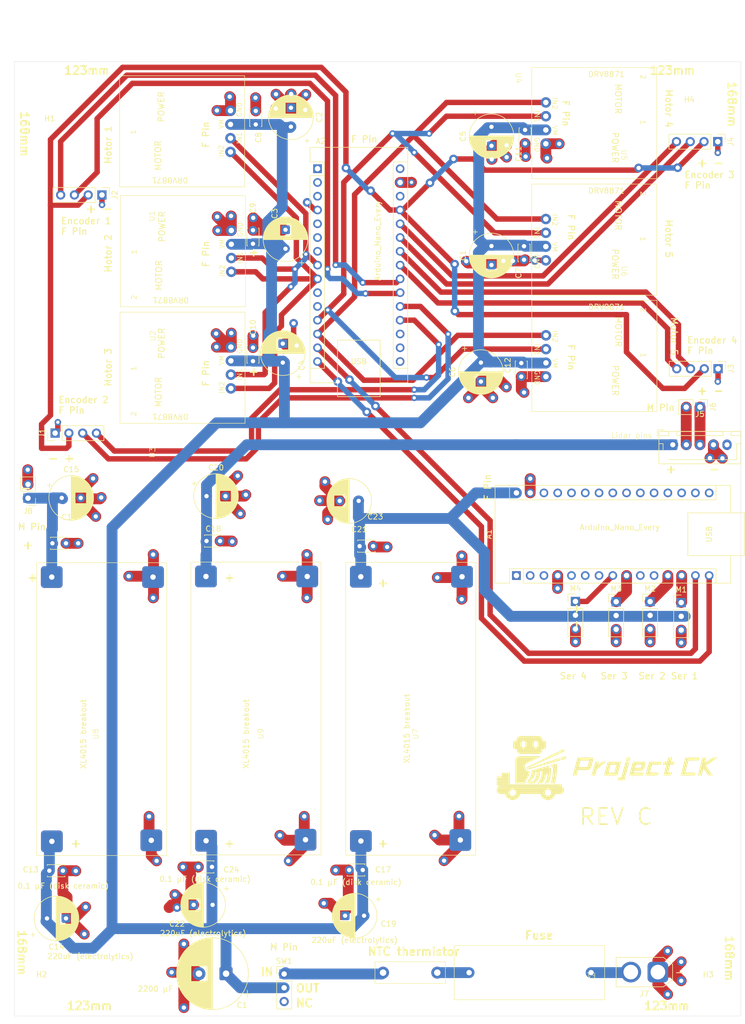
<source format=kicad_pcb>
(kicad_pcb (version 20241229) (generator "pcbnew") (generator_version "9.0")
  (layers (0 "F.Cu" signal) (4 "In1.Cu" signal) (6 "In2.Cu" signal) (2 "B.Cu" signal) (13 "F.Paste" user) (15 "B.Paste" user) (5 "F.SilkS" user "F.Silkscreen") (7 "B.SilkS" user "B.Silkscreen") (1 "F.Mask" user) (3 "B.Mask" user) (25 "Edge.Cuts" user))
  (net 0 "")
  (net 3 "GND")
  (net 14 "+18V")
  (net 28 "/URAT_MO")
  (net 29 "/URAT_MI")
  (net 30 "/5V")
  (net 31 "/DIGI_3_1")
  (net 32 "/DIGI_1_1")
  (net 33 "/DIGI_1_2")
  (net 34 "/PWM_M1_2")
  (net 35 "/PWM_M4_1")
  (net 36 "/DIGI_3_2")
  (net 37 "/DIGI_4_1")
  (net 38 "/DIGI_2_2")
  (net 39 "/PWM_M1_1")
  (net 40 "/DIGI_4_2")
  (net 41 "/PWM_M4_2")
  (net 42 "/DIGI_2_1")
  (net 43 "/PWM_SER1")
  (net 44 "/PWM_SER3")
  (net 45 "/PWM_SER4")
  (net 46 "/URAT_PI_2")
  (net 47 "/URAT_PI_1")
  (net 48 "/PWM_SER2")
  (footprint "microver footprint Library:NTC thermistor Microver" (layer "F.Cu") (at 155 199)
    (property "Reference" "TH1" (hide yes))
    (property "Value" "Thermistor_NTC")
  )
  (footprint "Module:Arduino_Nano" (layer "F.Cu") (at 179.6 125.76663 90)
    (property "Reference" "A1")
    (property "Value" "Arduino_Nano_Every")
  )
  (footprint "MountingHole:MountingHole_3.2mm_M3" (layer "F.Cu") (at 92 35.5)
    (property "Reference" "H1")
    (property "Value" "MountingHole")
  )
  (footprint "Connector_PinHeader_2.54mm:PinHeader_1x03_P2.54mm_Vertical" (layer "F.Cu") (at 190.49 130.54)
    (property "Reference" "M4")
    (property "Value" "Motor_Servo (MG996R)")
  )
  (footprint "Connector_PinHeader_2.54mm:PinHeader_1x02_P2.54mm_Vertical" (layer "F.Cu") (at 89.5 111.5 180)
    (property "Reference" "J8")
    (property "Value" "Pi power pins")
  )
  (footprint "Capacitor_THT:CP_Radial_D8.0mm_P3.50mm" (layer "F.Cu") (at 150.5 112 180)
    (property "Reference" "C21")
    (property "Value" "220uF (electrolytics)")
  )
  (footprint "Capacitor_THT:CP_Radial_D8.0mm_P3.50mm" (layer "F.Cu") (at 95.722349 111.45)
    (property "Reference" "C15")
    (property "Value" "220uF (electrolytics)")
  )
  (footprint "Connector_JST:JST_XH_B5B-XH-AM_1x05_P2.50mm_Vertical" (layer "F.Cu") (at 208.45 101.65)
    (property "Reference" "J5")
    (property "Value" "Lidar pins")
  )
  (footprint "Connector_PinHeader_2.54mm:PinHeader_1x03_P2.54mm_Vertical" (layer "F.Cu") (at 204.265 130.575)
    (property "Reference" "M2")
    (property "Value" "Motor_Servo (MG996R)")
  )
  (footprint "microver footprint Library:Marking reversed CP_Radial_D8.0mm_P3.50mm" (layer "F.Cu") (at 136.5 83 -90)
    (property "Reference" "C4")
    (property "Value" "220uF (electrolytics)")
  )
  (footprint "microver footprint Library:Marking reversed CP_Radial_D8.0mm_P3.50mm" (layer "F.Cu") (at 120.05 186.5)
    (property "Reference" "C22")
    (property "Value" "220uF (electrolytics)")
  )
  (footprint "Capacitor_THT:C_Disc_D3.0mm_W2.0mm_P2.50mm" (layer "F.Cu") (at 180.5 89.08337 90)
    (property "Reference" "C12")
    (property "Value" "0.1 µF (disk ceramic)")
  )
  (footprint "Connector_PinHeader_2.54mm:PinHeader_1x03_P2.54mm_Vertical" (layer "F.Cu") (at 210 130.75)
    (property "Reference" "M1")
    (property "Value" "Motor_Servo (MG996R)")
  )
  (footprint "Connector_PinHeader_2.54mm:PinHeader_1x04_P2.54mm_Vertical" (layer "F.Cu") (at 103.14 55.58337 -90)
    (property "Reference" "J2")
    (property "Value" "Encoder pins")
  )
  (footprint "MountingHole:MountingHole_3.2mm_M3" (layer "F.Cu") (at 92 203.5)
    (property "Reference" "H2")
    (property "Value" "MountingHole")
  )
  (footprint "microver footprint Library:DRV8871 breakout board" (layer "F.Cu") (at 198.9905 26.704946 -90)
    (property "Reference" "U4")
    (property "Value" "DRV8871_breakout")
  )
  (footprint "microver footprint Library:DRV8871 breakout board" (layer "F.Cu") (at 112.965 103.067319 90)
    (property "Reference" "U3")
    (property "Value" "DRV8871_breakout")
  )
  (footprint "Capacitor_THT:C_Disc_D3.0mm_W2.0mm_P2.50mm" (layer "F.Cu") (at 95.935 180.2 180)
    (property "Reference" "C13")
    (property "Value" "0.1 µF (disk ceramic)")
  )
  (footprint "microver footprint Library:DRV8871 breakout board" (layer "F.Cu") (at 198.9905 48.204946 -90)
    (property "Reference" "U5")
    (property "Value" "DRV8871_breakout")
  )
  (footprint "microver footprint Library:DRV8871 breakout board" (layer "F.Cu") (at 199.0155 69.654946 -90)
    (property "Reference" "U6")
    (property "Value" "DRV8871_breakout")
  )
  (footprint "Connector_PinHeader_2.54mm:PinHeader_1x04_P2.54mm_Vertical" (layer "F.Cu") (at 216.75 45.75 -90)
    (property "Reference" "J4")
    (property "Value" "Encoder pins")
  )
  (footprint "microver footprint Library:Marking reversed CP_Radial_D8.0mm_P3.50mm" (layer "F.Cu") (at 96.5 189 180)
    (property "Reference" "C14")
    (property "Value" "220uF (electrolytics)")
  )
  (footprint "Connector_PinHeader_2.54mm:PinHeader_1x04_P2.54mm_Vertical" (layer "F.Cu") (at 216.8 87.63337 -90)
    (property "Reference" "J3")
    (property "Value" "Encoder pins")
  )
  (footprint "Capacitor_THT:C_Disc_D3.0mm_W2.0mm_P2.50mm" (layer "F.Cu") (at 131.514475 40.08337 -90)
    (property "Reference" "C8")
    (property "Value" "0.1 µF (disk ceramic)")
  )
  (footprint "microver footprint Library:XL4015 breakout board" (layer "F.Cu") (at 91.1 177.4 90)
    (property "Reference" "U8")
    (property "Value" "XL4015 breakout")
  )
  (footprint "microver footprint Library:Marking reversed CP_Radial_D8.0mm_P3.50mm" (layer "F.Cu") (at 148 188.5)
    (property "Reference" "C19")
    (property "Value" "220uF (electrolytics)")
  )
  (footprint "Capacitor_THT:C_Disc_D3.0mm_W2.0mm_P2.50mm" (layer "F.Cu") (at 122.43 119.4)
    (property "Reference" "C18")
    (property "Value" "0.1 µF (disk ceramic)")
  )
  (footprint "microver footprint Library:Marking reversed CP_Radial_D8.0mm_P3.50mm" (layer "F.Cu") (at 175 46.5175 90)
    (property "Reference" "C5")
    (property "Value" "220uF (electrolytics)")
  )
  (footprint "Capacitor_THT:C_Disc_D3.0mm_W2.0mm_P2.50mm" (layer "F.Cu") (at 131 62.08337 -90)
    (property "Reference" "C9")
    (property "Value" "0.1 µF (disk ceramic)")
  )
  (footprint "microver footprint Library:DRV8871 breakout board" (layer "F.Cu") (at 113.037 81.567319 90)
    (property "Reference" "U2")
    (property "Value" "DRV8871_breakout")
  )
  (footprint "Capacitor_THT:C_Disc_D3.0mm_W2.0mm_P2.50mm" (layer "F.Cu") (at 181 67.53337 90)
    (property "Reference" "C7")
    (property "Value" "0.1 µF (disk ceramic)")
  )
  (footprint "microver footprint Library:Marking reversed CP_Radial_D8.0mm_P3.50mm" (layer "F.Cu") (at 137 62 -90)
    (property "Reference" "C3")
    (property "Value" "220uF (electrolytics)")
  )
  (footprint "Connector_PinHeader_2.54mm:PinHeader_1x04_P2.54mm_Vertical" (layer "F.Cu") (at 94.5 99.5 90)
    (property "Reference" "J1")
    (property "Value" "Encoder pins")
  )
  (footprint "Capacitor_THT:CP_Radial_D13.0mm_P5.00mm" (layer "F.Cu") (at 126.03 199.19 180)
    (property "Reference" "C1")
    (property "Value" "2200 µF")
  )
  (footprint "Capacitor_THT:C_Disc_D3.0mm_W2.0mm_P2.50mm" (layer "F.Cu") (at 120.93 179.5)
    (property "Reference" "C24")
    (property "Value" "0.1 µF (disk ceramic)")
  )
  (footprint "LOGO" (layer "F.Cu") (at 196 159)
    (property "Reference" "G***" (hide yes))
    (property "Value" "LOGO" (hide yes))
  )
  (footprint "Module:Arduino_Nano" (layer "F.Cu") (at 142.9075 50.737845)
    (property "Reference" "A2")
    (property "Value" "Arduino_Nano_Every")
  )
  (footprint "MountingHole:MountingHole_3.2mm_M3" (layer "F.Cu") (at 215 203.5)
    (property "Reference" "H3")
    (property "Value" "MountingHole")
  )
  (footprint "Capacitor_THT:C_Disc_D3.0mm_W2.0mm_P2.50mm" (layer "F.Cu") (at 150.67 120.35)
    (property "Reference" "C23")
    (property "Value" "0.1 µF (disk ceramic)")
  )
  (footprint "Capacitor_THT:C_Disc_D3.0mm_W2.0mm_P2.50mm" (layer "F.Cu") (at 131 83.73337 -90)
    (property "Reference" "C10")
    (property "Value" "0.1 µF (disk ceramic)")
  )
  (footprint "microver footprint Library:Marking reversed CP_Radial_D8.0mm_P3.50mm" (layer "F.Cu") (at 175 68.5 90)
    (property "Reference" "C1")
    (property "Value" "220uF (electrolytics)")
  )
  (footprint "microver footprint Library:DRV8871 breakout board" (layer "F.Cu") (at 112.8895 59.462844 90)
    (property "Reference" "U1")
    (property "Value" "DRV8871_breakout")
  )
  (footprint "Connector_AMASS:AMASS_XT30U-M_1x02_P5.0mm_Vertical" (layer "F.Cu") (at 205.7 198.9 180)
    (property "Reference" "J7")
    (property "Value" "Power input connect from battery")
  )
  (footprint "Connector_PinHeader_2.54mm:PinHeader_1x03_P2.54mm_Vertical" (layer "F.Cu") (at 136.75 199.25)
    (property "Reference" "SW1")
    (property "Value" "SW_SPDT")
  )
  (footprint "Capacitor_THT:CP_Radial_D8.0mm_P3.50mm" (layer "F.Cu") (at 122.43 111.125)
    (property "Reference" "C20")
    (property "Value" "220uF (electrolytics)")
  )
  (footprint "microver footprint Library:Marking reversed CP_Radial_D8.0mm_P3.50mm" (layer "F.Cu") (at 173.05 90 90)
    (property "Reference" "C6")
    (property "Value" "220uF (electrolytics)")
  )
  (footprint "Connector_PinHeader_2.54mm:PinHeader_1x02_P2.54mm_Vertical" (layer "F.Cu") (at 213.47 94.7 -90)
    (property "Reference" "J6")
    (property "Value" "Pi 5 TX and RX UART0 (PL011)")
  )
  (footprint "microver footprint Library:XL4015 breakout board" (layer "F.Cu") (at 148.11 177.34 90)
    (property "Reference" "U7")
    (property "Value" "XL4015 breakout")
  )
  (footprint "microver footprint Library:Fuse PTF-77" (layer "F.Cu") (at 193.375 199 180)
    (property "Reference" "F1")
    (property "Value" "Fuse")
  )
  (footprint "Capacitor_THT:C_Disc_D3.0mm_W2.0mm_P2.50mm" (layer "F.Cu") (at 148.75 180.07)
    (property "Reference" "C17")
    (property "Value" "0.1 µF (disk ceramic)")
  )
  (footprint "Capacitor_THT:C_Disc_D3.0mm_W2.0mm_P2.50mm" (layer "F.Cu") (at 94 119.823674)
    (property "Reference" "C16")
    (property "Value" "0.1 µF (disk ceramic)")
  )
  (footprint "MountingHole:MountingHole_3.2mm_M3" (layer "F.Cu") (at 215 35.5)
    (property "Reference" "H4")
    (property "Value" "MountingHole")
  )
  (footprint "microver footprint Library:Marking reversed CP_Radial_D8.0mm_P3.50mm" (layer "F.Cu") (at 138 39.5 -90)
    (property "Reference" "C2")
    (property "Value" "220uF (electrolytics)")
  )
  (footprint "microver footprint Library:XL4015 breakout board" (layer "F.Cu") (at 119.55 177.29 90)
    (property "Reference" "U9")
    (property "Value" "XL4015 breakout")
  )
  (footprint "Connector_PinHeader_2.54mm:PinHeader_1x03_P2.54mm_Vertical" (layer "F.Cu") (at 198 130.6)
    (property "Reference" "M3")
    (property "Value" "Motor_Servo (MG996R)")
  )
  (footprint "Capacitor_THT:C_Disc_D3.0mm_W2.0mm_P2.50mm" (layer "F.Cu") (at 181.2 46.08337 90)
    (property "Reference" "C11")
    (property "Value" "0.1 µF (disk ceramic)")
  )
  (gr_line (start 221 31) (end 87 31) (stroke (width 0.05)) (layer "Edge.Cuts"))
  (gr_line (start 87 31) (end 87 207) (stroke (width 0.05)) (layer "Edge.Cuts"))
  (gr_line (start 87 207) (end 221 207) (stroke (width 0.05)) (layer "Edge.Cuts"))
  (gr_line (start 221 31) (end 221 207) (stroke (width 0.05)) (layer "Edge.Cuts"))
  (gr_text "+" (at 100 59 0) (layer "F.SilkS") (effects (font (size 1.5 1.5) (thickness 0.3) (bold yes)) (justify left bottom)))
  (gr_text "IN" (at 132.25 199.75 0) (layer "F.SilkS") (effects (font (size 1.5 1.5) (thickness 0.3) (bold yes)) (justify left bottom)))
  (gr_text "-" (at 88 110.5 0) (layer "F.SilkS") (effects (font (size 1.5 1.5) (thickness 0.3) (bold yes)) (justify left bottom)))
  (gr_text "Encoder 3\nF Pin" (at 210.5 54.5 0) (layer "F.SilkS") (effects (font (size 1.2 1.2) (thickness 0.2) (bold yes)) (justify left bottom)))
  (gr_text "F Pin" (at 149 46 0) (layer "F.SilkS") (effects (font (size 1.2 1.2) (thickness 0.2) (bold yes)) (justify left bottom)))
  (gr_text "F Pin" (at 175 112 90) (layer "F.SilkS") (effects (font (size 1.2 1.2) (thickness 0.2) (bold yes)) (justify left bottom)))
  (gr_text "Motor 4" (at 207 36 270) (layer "F.SilkS") (effects (font (size 1.2 1.2) (thickness 0.2) (bold yes)) (justify left bottom)))
  (gr_text "123mm" (at 204 33.5 0) (layer "F.SilkS") (effects (font (size 1.5 1.5) (thickness 0.3) (bold yes)) (justify left bottom)))
  (gr_text "-" (at 103 59 0) (layer "F.SilkS") (effects (font (size 1.5 1.5) (thickness 0.3) (bold yes)) (justify left bottom)))
  (gr_text "Motor 5" (at 207 60 270) (layer "F.SilkS") (effects (font (size 1.2 1.2) (thickness 0.2) (bold yes)) (justify left bottom)))
  (gr_text "Ser 2" (at 202 145 0) (layer "F.SilkS") (effects (font (size 1.2 1.2) (thickness 0.2) (bold yes)) (justify left bottom)))
  (gr_text "Encoder 4\nF Pin" (at 211 85 0) (layer "F.SilkS") (effects (font (size 1.2 1.2) (thickness 0.2) (bold yes)) (justify left bottom)))
  (gr_text "F Pin" (at 189 83 270) (layer "F.SilkS") (effects (font (size 1.2 1.2) (thickness 0.2) (bold yes)) (justify left bottom)))
  (gr_text "F Pin" (at 189 59 270) (layer "F.SilkS") (effects (font (size 1.2 1.2) (thickness 0.2) (bold yes)) (justify left bottom)))
  (gr_text "-" (at 215 107 0) (layer "F.SilkS") (effects (font (size 1.5 1.5) (thickness 0.3) (bold yes)) (justify left bottom)))
  (gr_text "Motor 3" (at 105 91 90) (layer "F.SilkS") (effects (font (size 1.2 1.2) (thickness 0.2) (bold yes)) (justify left bottom)))
  (gr_text "-" (at 93 105 0) (layer "F.SilkS") (effects (font (size 1.5 1.5) (thickness 0.3) (bold yes)) (justify left bottom)))
  (gr_text "Encoder 1\nF Pin" (at 95.5 63 0) (layer "F.SilkS") (effects (font (size 1.2 1.2) (thickness 0.2) (bold yes)) (justify left bottom)))
  (gr_text "+" (at 89.2 127 0) (layer "F.SilkS") (effects (font (size 1.5 1.5) (thickness 0.3) (bold yes)) (justify left bottom)))
  (gr_text "-" (at 218 49 180) (layer "F.SilkS") (effects (font (size 1.5 1.5) (thickness 0.3) (bold yes)) (justify left bottom)))
  (gr_text "NTC thermistor\n" (at 152 196 0) (layer "F.SilkS") (effects (font (size 1.5 1.5) (thickness 0.3) (bold yes)) (justify left bottom)))
  (gr_text "+" (at 96 105 0) (layer "F.SilkS") (effects (font (size 1.5 1.5) (thickness 0.3) (bold yes)) (justify left bottom)))
  (gr_text "Motor 5" (at 208 78 270) (layer "F.SilkS") (effects (font (size 1.2 1.2) (thickness 0.2) (bold yes)) (justify left bottom)))
  (gr_text "OUT" (at 138.75 202.75 0) (layer "F.SilkS") (effects (font (size 1.5 1.5) (thickness 0.3) (bold yes)) (justify left bottom)))
  (gr_text "123mm" (at 96.5 206 0) (layer "F.SilkS") (effects (font (size 1.5 1.5) (thickness 0.3) (bold yes)) (justify left bottom)))
  (gr_text "Ser 3" (at 195 145 0) (layer "F.SilkS") (effects (font (size 1.2 1.2) (thickness 0.2) (bold yes)) (justify left bottom)))
  (gr_text "F Pin" (at 188 38 270) (layer "F.SilkS") (effects (font (size 1.2 1.2) (thickness 0.2) (bold yes)) (justify left bottom)))
  (gr_text "+" (at 153.87 176 0) (layer "F.SilkS") (effects (font (size 1.5 1.5) (thickness 0.3) (bold yes)) (justify left bottom)))
  (gr_text "Fuse" (at 181 193 0) (layer "F.SilkS") (effects (font (size 1.5 1.5) (thickness 0.3) (bold yes)) (justify left bottom)))
  (gr_text "+" (at 125.55 176 0) (layer "F.SilkS") (effects (font (size 1.5 1.5) (thickness 0.3) (bold yes)) (justify left bottom)))
  (gr_text "+" (at 130 67 0) (layer "F.SilkS") (effects (font (size 1.5 1.5) (thickness 0.3) (bold yes)) (justify left bottom)))
  (gr_text "123mm" (at 203 206 0) (layer "F.SilkS") (effects (font (size 1.5 1.5) (thickness 0.3) (bold yes)) (justify left bottom)))
  (gr_text "+" (at 191.5 133 90) (layer "F.SilkS") (effects (font (size 1.5 1.5) (thickness 0.3) (bold yes)) (justify left bottom)))
  (gr_text "168mm" (at 218.5 34.5 270) (layer "F.SilkS") (effects (font (size 1.5 1.5) (thickness 0.3) (bold yes)) (justify left bottom)))
  (gr_text "F Pin" (at 123 91 90) (layer "F.SilkS") (effects (font (size 1.2 1.2) (thickness 0.2) (bold yes)) (justify left bottom)))
  (gr_text "168mm" (at 88 40 270) (layer "F.SilkS") (effects (font (size 1.5 1.5) (thickness 0.3) (bold yes)) (justify left bottom)))
  (gr_text "+" (at 215 49 180) (layer "F.SilkS") (effects (font (size 1.5 1.5) (thickness 0.3) (bold yes)) (justify left bottom)))
  (gr_text "-" (at 191.5 136 90) (layer "F.SilkS") (effects (font (size 1.5 1.5) (thickness 0.3) (bold yes)) (justify left bottom)))
  (gr_text "M Pin" (at 203.5 95.5 0) (layer "F.SilkS") (effects (font (size 1.2 1.2) (thickness 0.2) (bold yes)) (justify left bottom)))
  (gr_text "Lidar pins" (at 197 100.5 0) (layer "F.SilkS") (effects (font (size 1 1) (thickness 0.1)) (justify left bottom)))
  (gr_text "Encoder 2\nF Pin" (at 95 96 0) (layer "F.SilkS") (effects (font (size 1.2 1.2) (thickness 0.2) (bold yes)) (justify left bottom)))
  (gr_text "+" (at 207 107 0) (layer "F.SilkS") (effects (font (size 1.5 1.5) (thickness 0.3) (bold yes)) (justify left bottom)))
  (gr_text "+" (at 153.87 128 0) (layer "F.SilkS") (effects (font (size 1.5 1.5) (thickness 0.3) (bold yes)) (justify left bottom)))
  (gr_text "F Pin" (at 123 69 90) (layer "F.SilkS") (effects (font (size 1.2 1.2) (thickness 0.2) (bold yes)) (justify left bottom)))
  (gr_text "168mm" (at 87.5 191 270) (layer "F.SilkS") (effects (font (size 1.5 1.5) (thickness 0.3) (bold yes)) (justify left bottom)))
  (gr_text "Motor 2" (at 105 70 90) (layer "F.SilkS") (effects (font (size 1.2 1.2) (thickness 0.2) (bold yes)) (justify left bottom)))
  (gr_text "+" (at 125.55 127 0) (layer "F.SilkS") (effects (font (size 1.5 1.5) (thickness 0.3) (bold yes)) (justify left bottom)))
  (gr_text "123mm" (at 96 33.5 0) (layer "F.SilkS") (effects (font (size 1.5 1.5) (thickness 0.3) (bold yes)) (justify left bottom)))
  (gr_text "Ser 4" (at 187.5 145 0) (layer "F.SilkS") (effects (font (size 1.2 1.2) (thickness 0.2) (bold yes)) (justify left bottom)))
  (gr_text "-" (at 218 91 180) (layer "F.SilkS") (effects (font (size 1.5 1.5) (thickness 0.3) (bold yes)) (justify left bottom)))
  (gr_text "Ser 1" (at 208 145 0) (layer "F.SilkS") (effects (font (size 1.2 1.2) (thickness 0.2) (bold yes)) (justify left bottom)))
  (gr_text "+" (at 215 91 180) (layer "F.SilkS") (effects (font (size 1.5 1.5) (thickness 0.3) (bold yes)) (justify left bottom)))
  (gr_text "+" (at 130 89 0) (layer "F.SilkS") (effects (font (size 1.5 1.5) (thickness 0.3) (bold yes)) (justify left bottom)))
  (gr_text "+" (at 97.2 176 0) (layer "F.SilkS") (effects (font (size 1.5 1.5) (thickness 0.3) (bold yes)) (justify left bottom)))
  (gr_text "REV C" (at 191 172 0) (layer "F.SilkS") (effects (font (size 3 3) (thickness 0.3) (bold yes)) (justify left bottom)))
  (gr_text "M Pin" (at 87.5 117.5 0) (layer "F.SilkS") (effects (font (size 1.2 1.2) (thickness 0.2) (bold yes)) (justify left bottom)))
  (gr_text "Motor 1" (at 105 50 90) (layer "F.SilkS") (effects (font (size 1.2 1.2) (thickness 0.2) (bold yes)) (justify left bottom)))
  (gr_text "NC" (at 138.75 205.5 0) (layer "F.SilkS") (effects (font (size 1.5 1.5) (thickness 0.3) (bold yes)) (justify left bottom)))
  (gr_text "F Pin" (at 123 47 90) (layer "F.SilkS") (effects (font (size 1.2 1.2) (thickness 0.2) (bold yes)) (justify left bottom)))
  (gr_text "+" (at 88.35 121 0) (layer "F.SilkS") (effects (font (size 1.5 1.5) (thickness 0.3) (bold yes)) (justify left bottom)))
  (gr_text "M Pin" (at 134 195 0) (layer "F.SilkS") (effects (font (size 1.2 1.2) (thickness 0.2) (bold yes)) (justify left bottom)))
  (gr_text "168mm" (at 218 192 270) (layer "F.SilkS") (effects (font (size 1.5 1.5) (thickness 0.3) (bold yes)) (justify left bottom)))
  (segment (start 118.07 179.52) (end 120.91 179.52) (width 2) (layer "F.Cu") (net 3))
  (segment (start 126.8525 40.028895) (end 126.8525 37.6025) (width 2) (layer "F.Cu") (net 3))
  (segment (start 127 59.5) (end 126.95 59.45) (width 2) (layer "F.Cu") (net 3))
  (segment (start 144.775 115.45) (end 144.775 114.225) (width 2) (layer "F.Cu") (net 3))
  (segment (start 127 62.13337) (end 127 59.5) (width 2) (layer "F.Cu") (net 3))
  (segment (start 127 62.13337) (end 126.93337 62.13337) (width 2) (layer "F.Cu") (net 3))
  (segment (start 165 126.14) (end 169.42 126.14) (width 2) (layer "F.Cu") (net 3))
  (segment (start 103.14 55.58337) (end 103.14 57.39) (width 1) (layer "F.Cu") (net 3))
  (segment (start 181.2 46.08337) (end 181.2 48.4) (width 2) (layer "F.Cu") (net 3))
  (segment (start 95.935 184.305) (end 96.7 185.07) (width 2) (layer "F.Cu") (net 3))
  (segment (start 118.25 201.97) (end 121.03 199.19) (width 2) (layer "F.Cu") (net 3))
  (segment (start 169 170.14) (end 169 174.29) (width 2) (layer "F.Cu") (net 3))
  (segment (start 146.95 111.95) (end 147 112) (width 2) (layer "F.Cu") (net 3))
  (segment (start 169.42 126.14) (end 169.57 125.99) (width 2) (layer "F.Cu") (net 3))
  (segment (start 135.21663 39.63337) (end 135.2 39.65) (width 2) (layer "F.Cu") (net 3))
  (segment (start 129.43 111.125) (end 129.68 110.875) (width 2) (layer "F.Cu") (net 3))
  (segment (start 173.05 89.886021) (end 173.05 90.8) (width 2) (layer "F.Cu") (net 3))
  (segment (start 169.25 174.54) (end 165.4 174.54) (width 2) (layer "F.Cu") (net 3))
  (segment (start 127 83.63337) (end 127 81.05) (width 2) (layer "F.Cu") (net 3))
  (segment (start 102.75 111.625) (end 103 111.375) (width 2) (layer "F.Cu") (net 3))
  (segment (start 215.95 103.45) (end 215.3 104.1) (width 2) (layer "F.Cu") (net 3))
  (segment (start 125.93 111.125) (end 125.93 109.625) (width 2) (layer "F.Cu") (net 3))
  (segment (start 127 62.13337) (end 124.51663 62.13337) (width 2) (layer "F.Cu") (net 3))
  (segment (start 146.28 180.07) (end 148.58 180.07) (width 2) (layer "F.Cu") (net 3))
  (segment (start 116.027349 186.5) (end 115.527349 187) (width 2) (layer "F.Cu") (net 3))
  (segment (start 139.05 83.35) (end 137.169281 83.35) (width 2) (layer "F.Cu") (net 3))
  (segment (start 140.71 174.58) (end 136.86 174.58) (width 2) (layer "F.Cu") (net 3))
  (segment (start 158.1475 53.277845) (end 160.222155 53.277845) (width 2) (layer "F.Cu") (net 3))
  (segment (start 169 174.29) (end 169.25 174.54) (width 2) (layer "F.Cu") (net 3))
  (segment (start 96.88 188.89) (end 99.88 191.89) (width 2) (layer "F.Cu") (net 3))
  (segment (start 185.0275 67.638895) (end 182.961105 67.638895) (width 1) (layer "F.Cu") (net 3))
  (segment (start 204.265 138) (end 204.255 138.01) (width 2) (layer "F.Cu") (net 3))
  (segment (start 140.38337 39.63337) (end 140.65 39.9) (width 2) (layer "F.Cu") (net 3))
  (segment (start 190.49 137.99) (end 190.5 138) (width 2) (layer "F.Cu") (net 3))
  (segment (start 175.386021 46.4175) (end 175.1 46.703521) (width 2) (layer "F.Cu") (net 3))
  (segment (start 143.275 111.95) (end 146.95 111.95) (width 2) (layer "F.Cu") (net 3))
  (segment (start 137.9 39.63337) (end 138.16663 39.63337) (width 2) (layer "F.Cu") (net 3))
  (segment (start 137.9 39.63337) (end 137.9 37.1) (width 2) (layer "F.Cu") (net 3))
  (segment (start 140.71 175.39) (end 137.71 178.39) (width 2) (layer "F.Cu") (net 3))
  (segment (start 131 62.08337) (end 131 59.85) (width 2) (layer "F.Cu") (net 3))
  (segment (start 115.99 198.93) (end 120.77 198.93) (width 2) (layer "F.Cu") (net 3))
  (segment (start 111.83 170.18) (end 111.83 174.33) (width 2) (layer "F.Cu") (net 3))
  (segment (start 137.9 39.63337) (end 137.88337 39.63337) (width 2) (layer "F.Cu") (net 3))
  (segment (start 138.5 79.25) (end 138.5 81.280719) (width 1) (layer "F.Cu") (net 3))
  (segment (start 175.886021 46.703521) (end 177.8 48.6175) (width 2) (layer "F.Cu") (net 3))
  (segment (start 127.08 119.4) (end 127.18 119.5) (width 2) (layer "F.Cu") (net 3))
  (segment (start 182.14 110.52663) (end 182.14 107.91) (width 2) (layer "F.Cu") (net 3))
  (segment (start 127 83.63337) (end 124.28337 83.63337) (width 2) (layer "F.Cu") (net 3))
  (segment (start 153.32 120.5) (end 153.17 120.35) (width 2) (layer "F.Cu") (net 3))
  (segment (start 177.2 67.75) (end 178.95 67.75) (width 2) (layer "F.Cu") (net 3))
  (segment (start 215.95 102.5) (end 217.6 104.15) (width 2) (layer "F.Cu") (net 3))
  (segment (start 142.9075 58.357845) (end 142.407845 58.357845) (width 1) (layer "F.Cu") (net 3))
  (segment (start 131.514475 37.7) (end 131.464475 37.65) (width 2) (layer "F.Cu") (net 3))
  (segment (start 118.25 193.71) (end 118.25 196.41) (width 2) (layer "F.Cu") (net 3))
  (segment (start 185.0275 46.138895) (end 185.0275 48.5775) (width 2) (layer "F.Cu") (net 3))
  (segment (start 180.98337 67.75) (end 181.2 67.53337) (width 2) (layer "F.Cu") (net 3))
  (segment (start 208.4 198.9) (end 210 200.5) (width 2) (layer "F.Cu") (net 3))
  (segment (start 99.25 110.125) (end 101.5 107.875) (width 2) (layer "F.Cu") (net 3))
  (segment (start 144.275 108.45) (end 144.275 109.275) (width 2) (layer "F.Cu") (net 3))
  (segment (start 182.14 107.91) (end 182.15 107.9) (width 2) (layer "F.Cu") (net 3))
  (segment (start 98.265 180.2) (end 98.315 180.25) (width 2) (layer "F.Cu") (net 3))
  (segment (start 99.25 111.625) (end 102.75 111.625) (width 2) (layer "F.Cu") (net 3))
  (segment (start 99.25 111.625) (end 99.25 110.125) (width 2) (layer "F.Cu") (net 3))
  (segment (start 118.49 186.5) (end 116.59 184.6) (width 2) (layer "F.Cu") (net 3))
  (segment (start 99.25 112.125) (end 102 114.875) (width 2) (layer "F.Cu") (net 3))
  (segment (start 180.505525 89.088895) (end 180.5 89.08337) (width 2) (layer "F.Cu") (net 3))
  (segment (start 148.58 180.07) (end 148.58 187.01) (width 2) (layer "F.Cu") (net 3))
  (segment (start 210 138.135) (end 210.015 138.15) (width 2) (layer "F.Cu") (net 3))
  (segment (start 108.08 125.89) (end 112.5 125.89) (width 2) (layer "F.Cu") (net 3))
  (segment (start 120.91 179.52) (end 120.93 179.5) (width 2) (layer "F.Cu") (net 3))
  (segment (start 137.9 39.63337) (end 135.21663 39.63337) (width 2) (layer "F.Cu") (net 3))
  (segment (start 124.378895 40.028895) (end 124.35 40) (width 2) (layer "F.Cu") (net 3))
  (segment (start 112.24 174.6) (end 112.24 177.4) (width 2) (layer "F.Cu") (net 3))
  (segment (start 169.25 174.54) (end 169.25 175.35) (width 2) (layer "F.Cu") (net 3))
  (segment (start 175.1 46.703521) (end 175.1 48.9675) (width 2) (layer "F.Cu") (net 3))
  (segment (start 131 81.59) (end 131.05 81.54) (width 2) (layer "F.Cu") (net 3))
  (segment (start 137.169281 83.35) (end 136.951 83.131719) (width 2) (layer "F.Cu") (net 3))
  (segment (start 136.951 83.131719) (end 136.951 82.980719) (width 2) (layer "F.Cu") (net 3))
  (segment (start 169.57 125.99) (end 169.57 122.21) (width 2) (layer "F.Cu") (net 3))
  (segment (start 95 99) (end 94.5 99.5) (width 1) (layer "F.Cu") (net 3))
  (segment (start 198 135.69) (end 198 138) (width 2) (layer "F.Cu") (net 3))
  (segment (start 98.13 188.89) (end 100.13 186.89) (width 2) (layer "F.Cu") (net 3))
  (segment (start 96.7 188.89) (end 98.13 188.89) (width 2) (layer "F.Cu") (net 3))
  (segment (start 205.7 198.9) (end 205.7 201.2) (width 2) (layer "F.Cu") (net 3))
  (segment (start 112.65 125.74) (end 112.65 121.96) (width 2) (layer "F.Cu") (net 3))
  (segment (start 96.5 119.823674) (end 98.75 119.823674) (width 2) (layer "F.Cu") (net 3))
  (segment (start 165.4 174.54) (end 164.5 173.64) (width 2) (layer "F.Cu") (net 3))
  (segment (start 142.407845 58.357845) (end 141 56.95) (width 1) (layer "F.Cu") (net 3))
  (segment (start 124.93 119.4) (end 127.08 119.4) (width 2) (layer "F.Cu") (net 3))
  (segment (start 126.93337 62.13337) (end 124.4 59.6) (width 2) (layer "F.Cu") (net 3))
  (segment (start 125.93 111.125) (end 125.93 111.625) (width 2) (layer "F.Cu") (net 3))
  (segment (start 138.16663 39.63337) (end 140.75 37.05) (width 2) (layer "F.Cu") (net 3))
  (segment (start 141 125.74) (end 141 121.96) (width 2) (layer "F.Cu") (net 3))
  (segment (start 131 62.08337) (end 136.45 62.08337) (width 2) (layer "F.Cu") (net 3))
  (segment (start 187.2 128.15) (end 187.2 125.78663) (width 2) (layer "F.Cu") (net 3))
  (segment (start 215.95 101.65) (end 215.95 102.5) (width 2) (layer "F.Cu") (net 3))
  (segment (start 89.45 106.25) (end 89.45 108.91) (width 2) (layer "F.Cu") (net 3))
  (segment (start 112.65 121.96) (end 112.58 121.89) (width 2) (layer "F.Cu") (net 3))
  (segment (start 120.77 198.93) (end 121.03 199.19) (width 2) (layer "F.Cu") (net 3))
  (segment (start 216.75 45.75) (end 216.75 47.8) (width 1) (layer "F.Cu") (net 3))
  (segment (start 95 97.5) (end 95 99) (width 1) (layer "F.Cu") (net 3))
  (segment (start 176.636021 89.886021) (end 177.75 91) (width 2) (layer "F.Cu") (net 3))
  (segment (start 126.8525 37.6025) (end 126.7 37.45) (width 2) (layer "F.Cu") (net 3))
  (segment (start 126.68337 83.63337) (end 124.2 81.15) (width 2) (layer "F.Cu") (net 3))
  (segment (start 96.7 188.89) (end 96.7 185.07) (width 2) (layer "F.Cu") (net 3))
  (segment (start 112.65 125.74) (end 112.65 129.82) (width 2) (layer "F.Cu") (net 3))
  (segment (start 178.95 67.75) (end 180.98337 67.75) (width 2) (layer "F.Cu") (net 3))
  (segment (start 169.25 175.35) (end 166.25 178.35) (width 2) (layer "F.Cu") (net 3))
  (segment (start 96.7 188.89) (end 96.88 188.89) (width 2) (layer "F.Cu") (net 3))
  (segment (start 136.6 61.93337) (end 133.18337 61.93337) (width 2) (layer "F.Cu") (net 3))
  (segment (start 141 125.74) (end 141 129.82) (width 2) (layer "F.Cu") (net 3))
  (segment (start 173.05 89.886021) (end 176.636021 89.886021) (width 2) (layer "F.Cu") (net 3))
  (segment (start 89.52 108.98) (end 89.5 108.96) (width 2) (layer "F.Cu") (net 3))
  (segment (start 137.169281 83.35) (end 136.8 82.980719) (width 1) (layer "F.Cu") (net 3))
  (segment (start 205.7 198.9) (end 205.7 196.8) (width 2) (layer "F.Cu") (net 3))
  (segment (start 131.514475 40.08337) (end 131.514475 37.7) (width 2) (layer "F.Cu") (net 3))
  (segment (start 187.2 125.78663) (end 187.22 125.76663) (width 2) (layer "F.Cu") (net 3))
  (segment (start 119.55 186.5) (end 119.55 182.177349) (width 2) (layer "F.Cu") (net 3))
  (segment (start 182.961105 67.638895) (end 182.95 67.65) (width 1) (layer "F.Cu") (net 3))
  (segment (start 173.05 89.886021) (end 173.05 90.7) (width 2) (layer "F.Cu") (net 3))
  (segment (start 177.8 46.4175) (end 175.386021 46.4175) (width 2) (layer "F.Cu") (net 3))
  (segment (start 173.05 90.8) (end 175.25 93) (width 2) (layer "F.Cu") (net 3))
  (segment (start 89.45 108.91) (end 89.5 108.96) (width 2) (layer "F.Cu") (net 3))
  (segment (start 119.527349 180.977349) (end 118.07 179.52) (width 2) (layer "F.Cu") (net 3))
  (segment (start 144.775 114.225) (end 147 112) (width 2) (layer "F.Cu") (net 3))
  (segment (start 144.275 109.275) (end 147 112) (width 2) (layer "F.Cu") (net 3))
  (segment (start 205.7 201.2) (end 207.5 203) (width 2) (layer "F.Cu") (net 3))
  (segment (start 136.43 125.89) (end 140.85 125.89) (width 2) (layer "F.Cu") (net 3))
  (segment (start 147.3 188.29) (end 145.22 186.21) (width 2) (layer "F.Cu") (net 3))
  (segment (start 185.0275 46.138895) (end 187.488895 46.138895) (width 2) (layer "F.Cu") (net 3))
  (segment (start 124.28337 83.63337) (end 124.25 83.6) (width 2) (layer "F.Cu") (net 3))
  (segment (start 95.935 180.2) (end 98.265 180.2) (width 2) (layer "F.Cu") (net 3))
  (segment (start 180.5 89.08337) (end 180.5 91.5) (width 2) (layer "F.Cu") (net 3))
  (segment (start 141 121.96) (end 140.93 121.89) (width 2) (layer "F.Cu") (net 3))
  (segment (start 141 129.82) (end 140.93 129.89) (width 2) (layer "F.Cu") (net 3))
  (segment (start 146.24 180.11) (end 146.28 180.07) (width 2) (layer "F.Cu") (net 3))
  (segment (start 155.75 120.5) (end 153.32 120.5) (width 2) (layer "F.Cu") (net 3))
  (segment (start 205.7 198.9) (end 208.1 198.9) (width 2) (layer "F.Cu") (net 3))
  (segment (start 187.488895 46.138895) (end 187.5 46.15) (width 2) (layer "F.Cu") (net 3))
  (segment (start 169.57 130.07) (end 169.5 130.14) (width 2) (layer "F.Cu") (net 3))
  (segment (start 103.14 57.39) (end 103.15 57.4) (width 1) (layer "F.Cu") (net 3))
  (segment (start 137.88337 39.63337) (end 135.25 37) (width 2) (layer "F.Cu") (net 3))
  (segment (start 216.8 89.95) (end 216.75 90) (width 1) (layer "F.Cu") (net 3))
  (segment (start 138.5 81.280719) (end 136.8 82.980719) (width 1) (layer "F.Cu") (net 3))
  (segment (start 205.7 198.9) (end 208.4 198.9) (width 2) (layer "F.Cu") (net 3))
  (segment (start 112.24 177.4) (end 113.23 178.39) (width 2) (layer "F.Cu") (net 3))
  (segment (start 181.2 48.4) (end 181.3 48.5) (width 2) (layer "F.Cu") (net 3))
  (segment (start 137.9 37.1) (end 138.05 36.95) (width 2) (layer "F.Cu") (net 3))
  (segment (start 140.46 170.18) (end 140.46 174.33) (width 2) (layer "F.Cu") (net 3))
  (segment (start 170.68337 68.13337) (end 170.35 67.8) (width 2) (layer "F.Cu") (net 3))
  (segment (start 131 83.73337) (end 131 81.59) (width 2) (layer "F.Cu") (net 3))
  (segment (start 190.49 135.62) (end 190.49 137.99) (width 2) (layer "F.Cu") (net 3))
  (segment (start 175.1 48.9675) (end 175.05 49.0175) (width 2) (layer "F.Cu") (net 3))
  (segment (start 133.18337 61.93337) (end 131.05 59.8) (width 2) (layer "F.Cu") (net 3))
  (segment (start 173.05 90.7) (end 170.75 93) (width 2) (layer "F.Cu") (net 3))
  (segment (start 175.1 46.703521) (end 175.886021 46.703521) (width 2) (layer "F.Cu") (net 3))
  (segment (start 160.222155 53.277845) (end 160.25 53.25) (width 2) (layer "F.Cu") (net 3))
  (segment (start 205.7 196.8) (end 207.5 195) (width 2) (layer "F.Cu") (net 3))
  (segment (start 131 59.85) (end 131.05 59.8) (width 2) (layer "F.Cu") (net 3))
  (segment (start 118.25 205.45) (end 118.25 201.97) (width 2) (layer "F.Cu") (net 3))
  (segment (start 136.45 62.08337) (end 136.6 61.93337) (width 2) (layer "F.Cu") (net 3))
  (segment (start 185.0525 89.088895) (end 180.505525 89.088895) (width 2) (layer "F.Cu") (net 3))
  (segment (start 208.1 198.9) (end 210 197) (width 2) (layer "F.Cu") (net 3))
  (segment (start 124.51663 62.13337) (end 124.5 62.15) (width 2) (layer "F.Cu") (net 3))
  (segment (start 118.25 196.41) (end 121.03 199.19) (width 2) (layer "F.Cu") (net 3))
  (segment (start 120.05 186.5) (end 116.027349 186.5) (width 2) (layer "F.Cu") (net 3))
  (segment (start 125.93 111.125) (end 129.43 111.125) (width 2) (layer "F.Cu") (net 3))
  (segment (start 204.265 135.655) (end 204.265 138) (width 2) (layer "F.Cu") (net 3))
  (segment (start 169.57 125.99) (end 169.57 130.07) (width 2) (layer "F.Cu") (net 3))
  (segment (start 176.81663 68.13337) (end 170.68337 68.13337) (width 2) (layer "F.Cu") (net 3))
  (segment (start 137.9 39.63337) (end 140.38337 39.63337) (width 2) (layer "F.Cu") (net 3))
  (segment (start 145.22 186.21) (end 144.06 186.21) (width 2) (layer "F.Cu") (net 3))
  (segment (start 95.935 180.2) (end 95.935 184.305) (width 2) (layer "F.Cu") (net 3))
  (segment (start 216.8 87.63337) (end 216.8 89.95) (width 1) (layer "F.Cu") (net 3))
  (segment (start 215.95 101.65) (end 215.95 103.45) (width 2) (layer "F.Cu") (net 3))
  (segment (start 148.58 187.01) (end 147.3 188.29) (width 2) (layer "F.Cu") (net 3))
  (segment (start 136.86 174.58) (end 135.96 173.68) (width 2) (layer "F.Cu") (net 3))
  (segment (start 185.0275 48.5775) (end 185.25 48.8) (width 2) (layer "F.Cu") (net 3))
  (segment (start 127 83.63337) (end 126.68337 83.63337) (width 2) (layer "F.Cu") (net 3))
  (segment (start 177.2 67.75) (end 176.81663 68.13337) (width 2) (layer "F.Cu") (net 3))
  (segment (start 180.5 91.5) (end 181 92) (width 2) (layer "F.Cu") (net 3))
  (segment (start 112.65 129.82) (end 112.58 129.89) (width 2) (layer "F.Cu") (net 3))
  (segment (start 182.95 67.65) (end 181.31663 67.65) (width 1) (layer "F.Cu") (net 3))
  (segment (start 125.93 109.625) (end 128.18 107.375) (width 2) (layer "F.Cu") (net 3))
  (segment (start 210 135.83) (end 210 138.135) (width 2) (layer "F.Cu") (net 3))
  (segment (start 125.93 111.625) (end 128.68 114.375) (width 2) (layer "F.Cu") (net 3))
  (segment (start 181.31663 67.65) (end 181.2 67.53337) (width 1) (layer "F.Cu") (net 3))
  (segment (start 126.8525 40.028895) (end 124.378895 40.028895) (width 2) (layer "F.Cu") (net 3))
  (segment (start 169.57 122.21) (end 169.5 122.14) (width 2) (layer "F.Cu") (net 3))
  (via (at 204.255 138.01) (size 1.6) (drill 0.8) (layers "F.Cu" "B.Cu") (net 3))
  (via (at 141 56.95) (size 1.6) (drill 0.8) (layers "F.Cu" "B.Cu") (net 3))
  (via (at 116.59 184.6) (size 1.6) (drill 0.8) (layers "F.Cu" "B.Cu") (net 3))
  (via (at 138.05 36.95) (size 1.6) (drill 0.8) (layers "F.Cu" "B.Cu") (net 3))
  (via (at 131.05 81.54) (size 1.6) (drill 0.8) (layers "F.Cu" "B.Cu") (net 3))
  (via (at 170.75 93) (size 1.6) (drill 0.8) (layers "F.Cu" "B.Cu") (net 3))
  (via (at 144.775 115.45) (size 1.6) (drill 0.8) (layers "F.Cu" "B.Cu") (net 3))
  (via (at 124.25 83.6) (size 1.6) (drill 0.8) (layers "F.Cu" "B.Cu") (net 3))
  (via (at 101.5 107.875) (size 1.6) (drill 0.8) (layers "F.Cu" "B.Cu") (net 3))
  (via (at 140.65 39.9) (size 1.6) (drill 0.8) (layers "F.Cu" "B.Cu") (net 3))
  (via (at 118.25 205.45) (size 1.6) (drill 0.8) (layers "F.Cu" "B.Cu") (net 3))
  (via (at 177.2 67.75) (size 1.6) (drill 0.8) (layers "F.Cu" "B.Cu") (net 3))
  (via (at 140.93 121.89) (size 1.6) (drill 0.8) (layers "F.Cu" "B.Cu") (net 3))
  (via (at 215.3 104.1) (size 1.6) (drill 0.8) (layers "F.Cu" "B.Cu") (net 3))
  (via (at 175.25 93) (size 1.6) (drill 0.8) (layers "F.Cu" "B.Cu") (net 3))
  (via (at 169.5 122.14) (size 1.6) (drill 0.8) (layers "F.Cu" "B.Cu") (net 3))
  (via (at 217.6 104.15) (size 1.6) (drill 0.8) (layers "F.Cu" "B.Cu") (net 3))
  (via (at 126.95 59.45) (size 1.6) (drill 0.8) (layers "F.Cu" "B.Cu") (net 3))
  (via (at 128.68 114.375) (size 1.6) (drill 0.8) (layers "F.Cu" "B.Cu") (net 3))
  (via (at 126.7 37.45) (size 1.6) (drill 0.8) (layers "F.Cu" "B.Cu") (net 3))
  (via (at 185.25 48.8) (size 1.6) (drill 0.8) (layers "F.Cu" "B.Cu") (net 3))
  (via (at 128.18 107.375) (size 1.6) (drill 0.8) (layers "F.Cu" "B.Cu") (net 3))
  (via (at 190.5 138) (size 1.6) (drill 0.8) (layers "F.Cu" "B.Cu") (net 3))
  (via (at 143.275 111.95) (size 1.6) (drill 0.8) (layers "F.Cu" "B.Cu") (net 3))
  (via (at 177.8 48.6175) (size 1.6) (drill 0.8) (layers "F.Cu" "B.Cu") (net 3))
  (via (at 137.5 178.39) (size 1.6) (drill 0.8) (layers "F.Cu" "B.Cu") (net 3))
  (via (at 127.18 119.5) (size 1.6) (drill 0.8) (layers "F.Cu" "B.Cu") (net 3))
  (via (at 127 81.05) (size 1.6) (drill 0.8) (layers "F.Cu" "B.Cu") (net 3))
  (via (at 113.23 178.39) (size 1.6) (drill 0.8) (layers "F.Cu" "B.Cu") (net 3))
  (via (at 181 92) (size 1.6) (drill 0.8) (layers "F.Cu" "B.Cu") (net 3))
  (via (at 182.15 107.9) (size 1.6) (drill 0.8) (layers "F.Cu" "B.Cu") (net 3))
  (via (at 124.5 62.15) (size 1.6) (drill 0.8) (layers "F.Cu" "B.Cu") (net 3))
  (via (at 160.25 53.25) (size 1.2) (drill 0.6) (layers "F.Cu" "B.Cu") (net 3))
  (via (at 165 126.14) (size 1.6) (drill 0.8) (layers "F.Cu" "B.Cu") (net 3))
  (via (at 155.75 120.5) (size 1.6) (drill 0.8) (layers "F.Cu" "B.Cu") (net 3))
  (via (at 135.25 37) (size 1.6) (drill 0.8) (layers "F.Cu" "B.Cu") (net 3))
  (via (at 100.13 186.89) (size 1.6) (drill 0.8) (layers "F.Cu" "B.Cu") (net 3))
  (via (at 210 138.15) (size 1.6) (drill 0.8) (layers "F.Cu" "B.Cu") (net 3))
  (via (at 111.83 170.18) (size 1.6) (drill 0.8) (layers "F.Cu" "B.Cu") (net 3))
  (via (at 118.07 179.52) (size 1.6) (drill 0.8) (layers "F.Cu" "B.Cu") (net 3))
  (via (at 112.58 129.89) (size 1.6) (drill 0.8) (layers "F.Cu" "B.Cu") (net 3))
  (via (at 187.5 46.15) (size 1.6) (drill 0.8) (layers "F.Cu" "B.Cu") (net 3))
  (via (at 177.8 46.4175) (size 1.6) (drill 0.8) (layers "F.Cu" "B.Cu") (net 3))
  (via (at 140.93 129.89) (size 1.6) (drill 0.8) (layers "F.Cu" "B.Cu") (net 3))
  (via (at 181.3 48.5) (size 1.6) (drill 0.8) (layers "F.Cu" "B.Cu") (net 3))
  (via (at 99.88 191.89) (size 1.6) (drill 0.8) (layers "F.Cu" "B.Cu") (net 3))
  (via (at 98.75 119.823674) (size 1.6) (drill 0.8) (layers "F.Cu" "B.Cu") (net 3))
  (via (at 138.5 79.25) (size 1.6) (drill 0.8) (layers "F.Cu" "B.Cu") (net 3))
  (via (at 146.24 180.11) (size 1.6) (drill 0.8) (layers "F.Cu" "B.Cu") (net 3))
  (via (at 102 114.875) (size 1.6) (drill 0.8) (layers "F.Cu" "B.Cu") (net 3))
  (via (at 115.99 198.93) (size 1.6) (drill 0.8) (layers "F.Cu" "B.Cu") (net 3))
  (via (at 136.43 125.89) (size 1.6) (drill 0.8) (layers "F.Cu" "B.Cu") (net 3))
  (via (at 112.58 121.89) (size 1.6) (drill 0.8) (layers "F.Cu" "B.Cu") (net 3))
  (via (at 216.75 90) (size 1.2) (drill 0.6) (layers "F.Cu" "B.Cu") (net 3))
  (via (at 124.2 81.15) (size 1.6) (drill 0.8) (layers "F.Cu" "B.Cu") (net 3))
  (via (at 108.08 125.89) (size 1.6) (drill 0.8) (layers "F.Cu" "B.Cu") (net 3))
  (via (at 98.315 180.25) (size 1.6) (drill 0.8) (layers "F.Cu" "B.Cu") (net 3))
  (via (at 169 170.14) (size 1.6) (drill 0.8) (layers "F.Cu" "B.Cu") (net 3))
  (via (at 144.275 108.45) (size 1.6) (drill 0.8) (layers "F.Cu" "B.Cu") (net 3))
  (via (at 95 97.5) (size 1.2) (drill 0.6) (layers "F.Cu" "B.Cu") (net 3))
  (via (at 207.5 203) (size 1.6) (drill 0.8) (layers "F.Cu" "B.Cu") (net 3))
  (via (at 139.05 83.35) (size 1.6) (drill 0.8) (layers "F.Cu" "B.Cu") (net 3))
  (via (at 170.35 67.8) (size 1.6) (drill 0.8) (layers "F.Cu" "B.Cu") (net 3))
  (via (at 140.46 170.18) (size 1.6) (drill 0.8) (layers "F.Cu" "B.Cu") (net 3))
  (via (at 140.75 37.05) (size 1.6) (drill 0.8) (layers "F.Cu" "B.Cu") (net 3))
  (via (at 216.75 47.8) (size 1.2) (drill 0.6) (layers "F.Cu" "B.Cu") (net 3))
  (via (at 166.25 178.35) (size 1.6) (drill 0.8) (layers "F.Cu" "B.Cu") (net 3))
  (via (at 187.2 128.15) (size 1.6) (drill 0.8) (layers "F.Cu" "B.Cu") (net 3))
  (via (at 175.05 49.0175) (size 1.6) (drill 0.8) (layers "F.Cu" "B.Cu") (net 3))
  (via (at 135.2 39.65) (size 1.6) (drill 0.8) (layers "F.Cu" "B.Cu") (net 3))
  (via (at 89.45 106.25) (size 1.6) (drill 0.8) (layers "F.Cu" "B.Cu") (net 3))
  (via (at 124.4 59.6) (size 1.6) (drill 0.8) (layers "F.Cu" "B.Cu") (net 3))
  (via (at 197.99 138.01) (size 1.6) (drill 0.8) (layers "F.Cu" "B.Cu") (net 3))
  (via (at 135.96 173.68) (size 1.6) (drill 0.8) (layers "F.Cu" "B.Cu") (net 3))
  (via (at 210 200.5) (size 1.6) (drill 0.8) (layers "F.Cu" "B.Cu") (net 3))
  (via (at 103 111.375) (size 1.6) (drill 0.8) (layers "F.Cu" "B.Cu") (net 3))
  (via (at 129.68 110.875) (size 1.6) (drill 0.8) (layers "F.Cu" "B.Cu") (net 3))
  (via (at 177.75 91) (size 1.6) (drill 0.8) (layers "F.Cu" "B.Cu") (net 3))
  (via (at 169.5 130.14) (size 1.6) (drill 0.8) (layers "F.Cu" "B.Cu") (net 3))
  (via (at 164.5 173.64) (size 1.6) (drill 0.8) (layers "F.Cu" "B.Cu") (net 3))
  (via (at 210 197) (size 1.6) (drill 0.8) (layers "F.Cu" "B.Cu") (net 3))
  (via (at 144.06 186.21) (size 1.6) (drill 0.8) (layers "F.Cu" "B.Cu") (net 3))
  (via (at 118.25 193.71) (size 1.6) (drill 0.8) (layers "F.Cu" "B.Cu") (net 3))
  (via (at 124.35 40) (size 1.6) (drill 0.8) (layers "F.Cu" "B.Cu") (net 3))
  (via (at 103.15 57.4) (size 1.2) (drill 0.6) (layers "F.Cu" "B.Cu") (net 3))
  (via (at 182.95 67.65) (size 1.6) (drill 0.8) (layers "F.Cu" "B.Cu") (net 3))
  (via (at 131.05 59.8) (size 1.6) (drill 0.8) (layers "F.Cu" "B.Cu") (net 3))
  (via (at 131.464475 37.65) (size 1.6) (drill 0.8) (layers "F.Cu" "B.Cu") (net 3))
  (via (at 207.5 195) (size 1.6) (drill 0.8) (layers "F.Cu" "B.Cu") (net 3))
  (via (at 178.95 67.75) (size 1.6) (drill 0.8) (layers "F.Cu" "B.Cu") (net 3))
  (via (at 116.977349 187) (size 1.6) (drill 0.8) (layers "F.Cu" "B.Cu") (net 3))
  (segment (start 180.5 86.58337) (end 185.018025 86.58337) (width 2) (layer "B.Cu") (net 14))
  (segment (start 136.75 199.25) (end 154.75 199.25) (width 2) (layer "B.Cu") (net 14))
  (segment (start 122.35 174.68) (end 123.43 175.76) (width 2) (layer "B.Cu") (net 14))
  (segment (start 161.899 97.601) (end 136.8 97.601) (width 2) (layer "B.Cu") (net 14))
  (segment (start 185.011975 43.58337) (end 185.0275 43.598895) (width 2) (layer "B.Cu") (net 14))
  (segment (start 185.018025 86.58337) (end 185.0525 86.548895) (width 2) (layer "B.Cu") (net 14))
  (segment (start 136.6 65.43337) (end 135.516685 66.516685) (width 2) (layer "B.Cu") (net 14))
  (segment (start 130.94 86.17337) (end 131 86.23337) (width 2) (layer "B.Cu") (net 14))
  (segment (start 136.552651 86.23337) (end 136.8 86.480719) (width 2) (layer "B.Cu") (net 14))
  (segment (start 97.815 194.5) (end 101.5 194.5) (width 2) (layer "B.Cu") (net 14))
  (segment (start 200.6 199) (end 200.7 198.9) (width 2) (layer "B.Cu") (net 14))
  (segment (start 193.375 199) (end 200.6 199) (width 2) (layer "B.Cu") (net 14))
  (segment (start 127 64.67337) (end 130.91 64.67337) (width 2) (layer "B.Cu") (net 14))
  (segment (start 134 81) (end 134 85.98337) (width 2) (layer "B.Cu") (net 14))
  (segment (start 123.43 175.76) (end 123.43 179.5) (width 2) (layer "B.Cu") (net 14))
  (segment (start 149.11 190.89) (end 126.03 190.89) (width 2) (layer "B.Cu") (net 14))
  (segment (start 134.431 80.569) (end 134 81) (width 2) (layer "B.Cu") (net 14))
  (segment (start 131 64.58337) (end 133.75 64.58337) (width 2) (layer "B.Cu") (net 14))
  (segment (start 175.6 43.186021) (end 174.313979 43.186021) (width 2) (layer "B.Cu") (net 14))
  (segment (start 174.313979 43.186021) (end 172.65 44.85) (width 2) (layer "B.Cu") (net 14))
  (segment (start 133.75 64.75) (end 135.516685 66.516685) (width 2) (layer "B.Cu") (net 14))
  (segment (start 131.5 42.568895) (end 131.514475 42.58337) (width 2) (layer "B.Cu") (net 14))
  (segment (start 154.75 199.25) (end 155 199) (width 2) (layer "B.Cu") (net 14))
  (segment (start 123.43 190.46) (end 123 190.89) (width 2) (layer "B.Cu") (net 14))
  (segment (start 181.2 43.58337) (end 185.011975 43.58337) (width 2) (layer "B.Cu") (net 14))
  (segment (start 136.4 43.13337) (end 137.86663 43.13337) (width 2) (layer "B.Cu") (net 14))
  (segment (start 136.75 201.79) (end 128.63 201.79) (width 2) (layer "B.Cu") (net 14))
  (segment (start 136.4 43.13337) (end 136.4 57.8) (width 2) (layer "B.Cu") (net 14))
  (segment (start 150.91 179.73) (end 151.25 180.07) (width 2) (layer "B.Cu") (net 14))
  (segment (start 174.8 86.386021) (end 173.113979 86.386021) (width 2) (layer "B.Cu") (net 14))
  (segment (start 93.435 180.2) (end 92.885 180.75) (width 2) (layer "B.Cu") (net 14))
  (segment (start 92.885 189.43) (end 92.815 189.5) (width 2) (layer "B.Cu") (net 14))
  (segment (start 175.2 64.83337) (end 181 64.83337) (width 2) (layer "B.Cu") (net 14))
  (segment (start 181.2 65.03337) (end 184.961975 65.03337) (width 2) (layer "B.Cu") (net 14))
  (segment (start 105 191) (end 105 116.9) (width 2) (layer "B.Cu") (net 14))
  (segment (start 180.302651 86.386021) (end 180.5 86.58337) (width 2) (layer "B.Cu") (net 14))
  (segment (start 134.431 67.60237) (end 134.431 80.569) (width 2) (layer "B.Cu") (net 14))
  (segment (start 136.8 86.480719) (end 136.8 97.601) (width 2) (layer "B.Cu") (net 14))
  (segment (start 175.6 43.186021) (end 180.802651 43.186021) (width 2) (layer "B.Cu") (net 14))
  (segment (start 137.86663 43.13337) (end 138 43) (width 2) (layer "B.Cu") (net 14))
  (segment (start 172.6 84.186021) (end 174.8 86.386021) (width 2) (layer "B.Cu") (net 14))
  (segment (start 135.516685 66.516685) (end 134.431 67.60237) (width 2) (layer "B.Cu") (net 14))
  (segment (start 134 85.98337) (end 134.25 86.23337) (width 2) (layer "B.Cu") (net 14))
  (segment (start 135.85 42.58337) (end 136.4 43.13337) (width 2) (layer "B.Cu") (net 14))
  (segment (start 93.435 175.255) (end 93.9 174.79) (width 2) (layer "B.Cu") (net 14))
  (segment (start 174.8 86.386021) (end 180.802651 86.386021) (width 2) (layer "B.Cu") (net 14))
  (segment (start 150.91 174.73) (end 150.91 179.73) (width 2) (layer "B.Cu") (net 14))
  (segment (start 184.961975 65.03337) (end 185.0275 65.098895) (width 2) (layer "B.Cu") (net 14))
  (segment (start 92.815 189.5) (end 97.815 194.5) (width 2) (layer "B.Cu") (net 14))
  (segment (start 134.25 86.23337) (end 136.552651 86.23337) (width 2) (layer "B.Cu") (net 14))
  (segment (start 175.2 64.83337) (end 173.96663 64.83337) (width 2) (layer "B.Cu") (net 14))
  (segment (start 134.431 67.60237) (end 134.431 65.431) (width 2) (layer "B.Cu") (net 14))
  (segment (start 127 86.17337) (end 130.94 86.17337) (width 2) (layer "B.Cu") (net 14))
  (segment (start 172.65 63.8) (end 173.68337 64.83337) (width 2) (layer "B.Cu") (net 14))
  (segment (start 151.25 188.25) (end 151.5 188.5) (width 2) (layer "B.Cu") (net 14))
  (segment (start 151.5 188.5) (end 149.11 190.89) (width 2) (layer "B.Cu") (net 14))
  (segment (start 92.885 180.75) (end 92.885 189.43) (width 2) (layer "B.Cu") (net 14))
  (segment (start 123 190.89) (end 126.03 190.89) (width 2) (layer "B.Cu") (net 14))
  (segment (start 172.65 44.85) (end 172.65 63.8) (width 2) (layer "B.Cu") (net 14))
  (segment (start 133.75 60.45) (end 133.75 64.58337) (width 2) (layer "B.Cu") (net 14))
  (segment (start 180.802651 43.186021) (end 181.2 43.58337) (width 2) (layer "B.Cu") (net 14))
  (segment (start 165 199) (end 170.875 199) (width 2) (layer "B.Cu") (net 14))
  (segment (start 126.03 199.19) (end 126.03 190.89) (width 2) (layer "B.Cu") (net 14))
  (segment (start 123.43 179.5) (end 123.43 190.46) (width 2) (layer "B.Cu") (net 14))
  (segment (start 126.8525 42.568895) (end 130.785525 42.568895) (width 2) (layer "B.Cu") (net 14))
  (segment (start 181 64.83337) (end 181.2 65.03337) (width 2) (layer "B.Cu") (net 14))
  (segment (start 128.63 201.79) (end 126.03 199.19) (width 2) (layer "B.Cu") (net 14))
  (segment (start 137 199) (end 136.75 199.25) (width 2) (layer "B.Cu") (net 14))
  (segment (start 135.75 64.58337) (end 136.6 65.43337) (width 2) (layer "B.Cu") (net 14))
  (segment (start 173.113979 86.386021) (end 161.899 97.601) (width 2) (layer "B.Cu") (net 14))
  (segment (start 134.431 65.431) (end 133.75 64.75) (width 2) (layer "B.Cu") (net 14))
  (segment (start 124.299 97.601) (end 136.8 97.601) (width 2) (layer "B.Cu") (net 14))
  (segment (start 101.5 194.5) (end 105 191) (width 2) (layer "B.Cu") (net 14))
  (segment (start 93.9 174.79) (end 93.285 175.405) (width 2) (layer "B.Cu") (net 14))
  (segment (start 105 116.9) (end 124.299 97.601) (width 2) (layer "B.Cu") (net 14))
  (segment (start 151.25 180.07) (end 151.25 188.25) (width 2) (layer "B.Cu") (net 14))
  (segment (start 131 86.23337) (end 134.25 86.23337) (width 2) (layer "B.Cu") (net 14))
  (segment (start 133.75 64.58337) (end 133.75 64.75) (width 2) (layer "B.Cu") (net 14))
  (segment (start 173.68337 64.83337) (end 175.2 64.83337) (width 2) (layer "B.Cu") (net 14))
  (segment (start 133.75 64.58337) (end 135.75 64.58337) (width 2) (layer "B.Cu") (net 14))
  (segment (start 93.435 180.2) (end 93.435 175.255) (width 2) (layer "B.Cu") (net 14))
  (segment (start 123 190.89) (end 105.11 190.89) (width 2) (layer "B.Cu") (net 14))
  (segment (start 172.6 66.2) (end 172.6 84.186021) (width 2) (layer "B.Cu") (net 14))
  (segment (start 130.8 42.58337) (end 135.85 42.58337) (width 2) (layer "B.Cu") (net 14))
  (segment (start 130.91 64.67337) (end 131 64.58337) (width 2) (layer "B.Cu") (net 14))
  (segment (start 136.4 57.8) (end 133.75 60.45) (width 2) (layer "B.Cu") (net 14))
  (segment (start 173.96663 64.83337) (end 172.6 66.2) (width 2) (layer "B.Cu") (net 14))
  (segment (start 142.9075 86.297845) (end 142.702155 86.297845) (width 1) (layer "F.Cu") (net 28))
  (segment (start 173.15 133.65) (end 181.05 141.55) (width 1) (layer "F.Cu") (net 28))
  (segment (start 213.45 141.55) (end 215.16 139.84) (width 1) (layer "F.Cu") (net 28))
  (segment (start 173.15 116.75) (end 173.15 133.65) (width 1) (layer "F.Cu") (net 28))
  (segment (start 152 95.6) (end 173.15 116.75) (width 1) (layer "F.Cu") (net 28))
  (segment (start 142.947845 86.297845) (end 146.65 90) (width 1) (layer "F.Cu") (net 28))
  (segment (start 181.05 141.55) (end 213.45 141.55) (width 1) (layer "F.Cu") (net 28))
  (segment (start 215.16 139.84) (end 215.16 125.76663) (width 1) (layer "F.Cu") (net 28))
  (segment (start 142.9075 86.297845) (end 142.947845 86.297845) (width 1) (layer "F.Cu") (net 28))
  (via (at 152 95.6) (size 1.6) (drill 0.8) (layers "F.Cu" "B.Cu") (net 28))
  (via (at 146.65 90) (size 1.6) (drill 0.8) (layers "F.Cu" "B.Cu") (net 28))
  (segment (start 146.65 90) (end 146.65 90.25) (width 1) (layer "B.Cu") (net 28))
  (segment (start 146.65 90.25) (end 152 95.6) (width 1) (layer "B.Cu") (net 28))
  (segment (start 142.9075 83.757845) (end 142.9075 83.8425) (width 1) (layer "F.Cu") (net 29))
  (segment (start 212.62 139.282789) (end 211.802789 140.1) (width 1) (layer "F.Cu") (net 29))
  (segment (start 142.9075 83.757845) (end 142.907845 83.757845) (width 1) (layer "F.Cu") (net 29))
  (segment (start 174.75 115.65) (end 153.6 94.5) (width 1) (layer "F.Cu") (net 29))
  (segment (start 181.85 140.1) (end 174.75 133) (width 1) (layer "F.Cu") (net 29))
  (segment (start 211.802789 140.1) (end 181.85 140.1) (width 1) (layer "F.Cu") (net 29))
  (segment (start 212.62 125.76663) (end 212.62 139.282789) (width 1) (layer "F.Cu") (net 29))
  (segment (start 142.907845 83.757845) (end 148.8 89.65) (width 1) (layer "F.Cu") (net 29))
  (segment (start 174.75 133) (end 174.75 115.65) (width 1) (layer "F.Cu") (net 29))
  (via (at 148.8 89.65) (size 1.6) (drill 0.8) (layers "F.Cu" "B.Cu") (net 29))
  (via (at 153.6 94.5) (size 1.6) (drill 0.8) (layers "F.Cu" "B.Cu") (net 29))
  (segment (start 148.8 89.7) (end 153.6 94.5) (width 1) (layer "B.Cu") (net 29))
  (segment (start 148.8 89.65) (end 148.8 89.7) (width 1) (layer "B.Cu") (net 29))
  (segment (start 97.04 101.86) (end 96.6 102.3) (width 1) (layer "F.Cu") (net 30))
  (segment (start 173.45 51) (end 202.05 51) (width 1) (layer "F.Cu") (net 30))
  (segment (start 93.65 57.45) (end 93.65 96.2) (width 1) (layer "F.Cu") (net 30))
  (segment (start 92 97.85) (end 92 102.3) (width 1) (layer "F.Cu") (net 30))
  (segment (start 97.04 99.5) (end 97.04 101.86) (width 1) (layer "F.Cu") (net 30))
  (segment (start 156.257845 58.357845) (end 152.7 54.8) (width 1) (layer "F.Cu") (net 30))
  (segment (start 199.9 84.55) (end 206.6 91.25) (width 1) (layer "F.Cu") (net 30))
  (segment (start 206.6 91.25) (end 210.64337 91.25) (width 1) (layer "F.Cu") (net 30))
  (segment (start 93.65 57.45) (end 98.73337 57.45) (width 1) (layer "F.Cu") (net 30))
  (segment (start 148.15 36.6) (end 143.6 32.05) (width 1) (layer "F.Cu") (net 30))
  (segment (start 158.1475 58.357845) (end 168.124025 68.33437) (width 1) (layer "F.Cu") (net 30))
  (segment (start 171.7 48.95) (end 173.45 50.7) (width 1) (layer "F.Cu") (net 30))
  (segment (start 158.1475 58.357845) (end 156.257845 58.357845) (width 1) (layer "F.Cu") (net 30))
  (segment (start 106.95 32.05) (end 93.65 45.35) (width 1) (layer "F.Cu") (net 30))
  (segment (start 158.642155 58.357845) (end 163.65 53.35) (width 1) (layer "F.Cu") (net 30))
  (segment (start 168.9 77.65) (end 199.9 77.65) (width 1) (layer "F.Cu") (net 30))
  (segment (start 148.15 50.6) (end 148.15 36.6) (width 1) (layer "F.Cu") (net 30))
  (segment (start 168.124025 68.33437) (end 168.2 68.33437) (width 1) (layer "F.Cu") (net 30))
  (segment (start 209.41 50.55) (end 214.21 45.75) (width 1) (layer "F.Cu") (net 30))
  (segment (start 168 48.95) (end 171.7 48.95) (width 1) (layer "F.Cu") (net 30))
  (segment (start 202.05 50.7) (end 202.15 50.6) (width 1) (layer "F.Cu") (net 30))
  (segment (start 158.1475 58.357845) (end 158.642155 58.357845) (width 1) (layer "F.Cu") (net 30))
  (segment (start 93.65 96.2) (end 92 97.85) (width 1) (layer "F.Cu") (net 30))
  (segment (start 209.35 50.55) (end 209.41 50.55) (width 1) (layer "F.Cu") (net 30))
  (segment (start 93.65 45.35) (end 93.65 57.45) (width 1) (layer "F.Cu") (net 30))
  (segment (start 92 102.3) (end 96.6 102.3) (width 1) (layer "F.Cu") (net 30))
  (segment (start 199.9 77.65) (end 199.9 84.55) (width 1) (layer "F.Cu") (net 30))
  (segment (start 210.64337 91.25) (end 214.26 87.63337) (width 1) (layer "F.Cu") (net 30))
  (segment (start 168.25 77) (end 168.9 77.65) (width 1) (layer "F.Cu") (net 30))
  (segment (start 98.73337 57.45) (end 100.6 55.58337) (width 1) (layer "F.Cu") (net 30))
  (segment (start 143.6 32.05) (end 106.95 32.05) (width 1) (layer "F.Cu") (net 30))
  (via (at 168.2 68.33437) (size 1.6) (drill 0.8) (layers "F.Cu" "B.Cu") (net 30))
  (via (at 148.15 50.6) (size 1.6) (drill 0.8) (layers "F.Cu" "B.Cu") (net 30))
  (via (at 152.7 54.8) (size 1.6) (drill 0.8) (layers "F.Cu" "B.Cu") (net 30))
  (via (at 209.35 50.55) (size 1.6) (drill 0.8) (layers "F.Cu" "B.Cu") (net 30))
  (via (at 202.15 50.6) (size 1.6) (drill 0.8) (layers "F.Cu" "B.Cu") (net 30))
  (via (at 168 48.95) (size 1.6) (drill 0.8) (layers "F.Cu" "B.Cu") (net 30))
  (via (at 168.25 77) (size 1.6) (drill 0.8) (layers "F.Cu" "B.Cu") (net 30))
  (via (at 163.65 53.35) (size 1.6) (drill 0.8) (layers "F.Cu" "B.Cu") (net 30))
  (segment (start 122.33 123) (end 122.33 121.89) (width 2) (layer "B.Cu") (net 30))
  (segment (start 89.5 111.5) (end 93.797349 111.5) (width 2) (layer "B.Cu") (net 30))
  (segment (start 95.875 111.602651) (end 95.722349 111.45) (width 2) (layer "B.Cu") (net 30))
  (segment (start 93.88 126.05) (end 93.88 117.37) (width 2) (layer "B.Cu") (net 30))
  (segment (start 172.10337 110.52663) (end 179.6 110.52663) (width 2) (layer "B.Cu") (net 30))
  (segment (start 93.88 117.37) (end 94 117.25) (width 2) (layer "B.Cu") (net 30))
  (segment (start 173.75 121.5) (end 173.75 128.5) (width 2) (layer "B.Cu") (net 30))
  (segment (start 167.44 115.19) (end 173.75 121.5) (width 2) (layer "B.Cu") (net 30))
  (segment (start 150.67 121.99) (end 150.67 115.245) (width 2) (layer "B.Cu") (net 30))
  (segment (start 129.85 101.65) (end 122.43 109.07) (width 2) (layer "B.Cu") (net 30))
  (segment (start 150.89 120.57) (end 150.67 120.35) (width 2) (layer "B.Cu") (net 30))
  (segment (start 168.2 68.33437) (end 168.2 76.95) (width 1) (layer "B.Cu") (net 30))
  (segment (start 94.05 119.873674) (end 94 119.823674) (width 2) (layer "B.Cu") (net 30))
  (segment (start 94 117.25) (end 94 111.602651) (width 2) (layer "B.Cu") (net 30))
  (segment (start 209.3 50.6) (end 209.35 50.55) (width 1) (layer "B.Cu") (net 30))
  (segment (start 163.65 53.35) (end 163.65 53.3) (width 1) (layer "B.Cu") (net 30))
  (segment (start 122.43 111.125) (end 122.43 122.9) (width 2) (layer "B.Cu") (net 30))
  (segment (start 179.6 101.65) (end 208.45 101.65) (width 2) (layer "B.Cu") (net 30))
  (segment (start 168.2 76.95) (end 168.25 77) (width 1) (layer "B.Cu") (net 30))
  (segment (start 95.672349 111.5) (end 95.722349 111.45) (width 2) (layer "B.Cu") (net 30))
  (segment (start 167.385 115.245) (end 167.44 115.19) (width 2) (layer "B.Cu") (net 30))
  (segment (start 150.445 115.02) (end 150.67 115.245) (width 2) (layer "B.Cu") (net 30))
  (segment (start 150.5 112) (end 150.445 112.055) (width 2) (layer "B.Cu") (net 30))
  (segment (start 152.7 54.8) (end 152.35 54.8) (width 1) (layer "B.Cu") (net 30))
  (segment (start 173.75 128.5) (end 178.54 133.29) (width 2) (layer "B.Cu") (net 30))
  (segment (start 202.15 50.6) (end 209.3 50.6) (width 1) (layer "B.Cu") (net 30))
  (segment (start 179.6 101.65) (end 129.85 101.65) (width 2) (layer "B.Cu") (net 30))
  (segment (start 178.54 133.29) (end 210.735 133.29) (width 2) (layer "B.Cu") (net 30))
  (segment (start 122.33 119.5) (end 122.43 119.4) (width 2) (layer "B.Cu") (net 30))
  (segment (start 167.385 115.245) (end 172.10337 110.52663) (width 2) (layer "B.Cu") (net 30))
  (segment (start 122.43 109.07) (end 122.43 111.125) (width 2) (layer "B.Cu") (net 30))
  (segment (start 163.65 53.3) (end 168 48.95) (width 1) (layer "B.Cu") (net 30))
  (segment (start 94 111.602651) (end 94.152651 111.45) (width 2) (layer "B.Cu") (net 30))
  (segment (start 94.152651 111.45) (end 95.722349 111.45) (width 2) (layer "B.Cu") (net 30))
  (segment (start 122.43 122.9) (end 122.33 123) (width 2) (layer "B.Cu") (net 30))
  (segment (start 150.445 112.055) (end 150.445 115.02) (width 2) (layer "B.Cu") (net 30))
  (segment (start 150.89 125.99) (end 150.89 122.21) (width 2) (layer "B.Cu") (net 30))
  (segment (start 122.33 125.94) (end 122.33 123) (width 2) (layer "B.Cu") (net 30))
  (segment (start 150.67 115.245) (end 167.385 115.245) (width 2) (layer "B.Cu") (net 30))
  (segment (start 152.35 54.8) (end 148.15 50.6) (width 1) (layer "B.Cu") (net 30))
  (segment (start 166.709655 72) (end 158.1475 63.437845) (width 1) (layer "F.Cu") (net 31))
  (segment (start 211.67 45.75) (end 185.42 72) (width 1) (layer "F.Cu") (net 31))
  (segment (start 185.42 72) (end 166.709655 72) (width 1) (layer "F.Cu") (net 31))
  (segment (start 157.995345 73.75) (end 158.1475 73.597845) (width 1) (layer "F.Cu") (net 32))
  (segment (start 141.5 35) (end 108.75 35) (width 1) (layer "F.Cu") (net 32))
  (segment (start 102.25 41.5) (end 102.25 51.39337) (width 1) (layer "F.Cu") (net 32))
  (segment (start 144.75 38.25) (end 141.5 35) (width 1) (layer "F.Cu") (net 32))
  (segment (start 151.75 73.75) (end 157.995345 73.75) (width 1) (layer "F.Cu") (net 32))
  (segment (start 144.75 69.25) (end 144.75 38.25) (width 1) (layer "F.Cu") (net 32))
  (segment (start 102.25 51.39337) (end 98.06 55.58337) (width 1) (layer "F.Cu") (net 32))
  (segment (start 108.75 35) (end 102.25 41.5) (width 1) (layer "F.Cu") (net 32))
  (via (at 144.75 69.25) (size 1.2) (drill 0.6) (layers "F.Cu" "B.Cu") (net 32))
  (via (at 151.75 73.75) (size 1.2) (drill 0.6) (layers "F.Cu" "B.Cu") (net 32))
  (segment (start 144.75 69.25) (end 144.75 70.5) (width 1) (layer "B.Cu") (net 32))
  (segment (start 150.25 73.75) (end 151.75 73.75) (width 1) (layer "B.Cu") (net 32))
  (segment (start 144.75 70.5) (end 145.25 71) (width 1) (layer "B.Cu") (net 32))
  (segment (start 147.5 71) (end 150.25 73.75) (width 1) (layer "B.Cu") (net 32))
  (segment (start 145.25 71) (end 147.5 71) (width 1) (layer "B.Cu") (net 32))
  (segment (start 142.503862 33.5) (end 146.25 37.246138) (width 1) (layer "F.Cu") (net 33))
  (segment (start 95.52 45.711526) (end 107.731526 33.5) (width 1) (layer "F.Cu") (net 33))
  (segment (start 107.731526 33.5) (end 142.503862 33.5) (width 1) (layer "F.Cu") (net 33))
  (segment (start 151.25 71.75) (end 157.455345 71.75) (width 1) (layer "F.Cu") (net 33))
  (segment (start 157.455345 71.75) (end 158.1475 71.057845) (width 1) (layer "F.Cu") (net 33))
  (segment (start 95.52 55.58337) (end 95.52 45.711526) (width 1) (layer "F.Cu") (net 33))
  (segment (start 146.25 37.246138) (end 146.25 68.5) (width 1) (layer "F.Cu") (net 33))
  (via (at 146.25 68.5) (size 1.2) (drill 0.6) (layers "F.Cu" "B.Cu") (net 33))
  (via (at 151.25 71.75) (size 1.2) (drill 0.6) (layers "F.Cu" "B.Cu") (net 33))
  (segment (start 146.25 68.5) (end 148 68.5) (width 1) (layer "B.Cu") (net 33))
  (segment (start 148 68.5) (end 151.25 71.75) (width 1) (layer "B.Cu") (net 33))
  (segment (start 139 67.150345) (end 142.9075 71.057845) (width 1) (layer "F.Cu") (net 34))
  (segment (start 127.00337 91.25) (end 134 91.25) (width 1) (layer "F.Cu") (net 34))
  (segment (start 139 59.796395) (end 139 67.150345) (width 1) (layer "F.Cu") (net 34))
  (segment (start 131.50337 69.75337) (end 132.807845 71.057845) (width 1) (layer "F.Cu") (net 34))
  (segment (start 134 91.25) (end 135 90.25) (width 1) (layer "F.Cu") (net 34))
  (segment (start 135 90.25) (end 135 81) (width 1) (layer "F.Cu") (net 34))
  (segment (start 132.807845 71.057845) (end 142.9075 71.057845) (width 1) (layer "F.Cu") (net 34))
  (segment (start 136.25 79.75) (end 136.25 77.715345) (width 1) (layer "F.Cu") (net 34))
  (segment (start 127 69.75337) (end 131.50337 69.75337) (width 1) (layer "F.Cu") (net 34))
  (segment (start 135 81) (end 136.25 79.75) (width 1) (layer "F.Cu") (net 34))
  (segment (start 126.8525 47.648895) (end 139 59.796395) (width 1) (layer "F.Cu") (net 34))
  (segment (start 127 91.25337) (end 127.00337 91.25) (width 1) (layer "F.Cu") (net 34))
  (segment (start 136.25 77.715345) (end 142.9075 71.057845) (width 1) (layer "F.Cu") (net 34))
  (segment (start 185.0525 84.008895) (end 169.758895 84.008895) (width 1) (layer "F.Cu") (net 35))
  (segment (start 169.758895 84.008895) (end 169.75 84) (width 1) (layer "F.Cu") (net 35))
  (segment (start 166.691105 41.058895) (end 163.5 44.25) (width 1) (layer "F.Cu") (net 35))
  (segment (start 175.558895 62.558895) (end 160.75 47.75) (width 1) (layer "F.Cu") (net 35))
  (segment (start 156.75 44.25) (end 147.75 53.25) (width 1) (layer "F.Cu") (net 35))
  (segment (start 164.5 89.25) (end 163 89.25) (width 1) (layer "F.Cu") (net 35))
  (segment (start 147.75 53.25) (end 147.75 73.835345) (width 1) (layer "F.Cu") (net 35))
  (segment (start 185.0275 62.558895) (end 175.558895 62.558895) (width 1) (layer "F.Cu") (net 35))
  (segment (start 169.75 84) (end 164.5 89.25) (width 1) (layer "F.Cu") (net 35))
  (segment (start 185.0275 41.058895) (end 166.691105 41.058895) (width 1) (layer "F.Cu") (net 35))
  (segment (start 144.792672 76.792672) (end 142.9075 78.677845) (width 1) (layer "F.Cu") (net 35))
  (segment (start 147.75 73.835345) (end 144.792672 76.792672) (width 1) (layer "F.Cu") (net 35))
  (via (at 160.75 47.75) (size 1.2) (drill 0.6) (layers "F.Cu" "B.Cu") (net 35))
  (via (at 156.75 44.25) (size 1.2) (drill 0.6) (layers "F.Cu" "B.Cu") (net 35))
  (via (at 163 89.25) (size 1.2) (drill 0.6) (layers "F.Cu" "B.Cu") (net 35))
  (via (at 163.5 44.25) (size 1.2) (drill 0.6) (layers "F.Cu" "B.Cu") (net 35))
  (via (at 144.792672 76.792672) (size 1.2) (drill 0.6) (layers "F.Cu" "B.Cu") (net 35))
  (segment (start 160.75 47.75) (end 157.25 44.25) (width 1) (layer "B.Cu") (net 35))
  (segment (start 157.25 44.25) (end 156.75 44.25) (width 1) (layer "B.Cu") (net 35))
  (segment (start 157.25 89.25) (end 144.792672 76.792672) (width 1) (layer "B.Cu") (net 35))
  (segment (start 163 89.25) (end 157.25 89.25) (width 1) (layer "B.Cu") (net 35))
  (segment (start 163.5 44.25) (end 157.25 44.25) (width 1) (layer "B.Cu") (net 35))
  (segment (start 209.13 45.75) (end 209.13 45.892758) (width 1) (layer "F.Cu") (net 36))
  (segment (start 209.13 45.892758) (end 184.522758 70.5) (width 1) (layer "F.Cu") (net 36))
  (segment (start 184.522758 70.5) (end 167.749655 70.5) (width 1) (layer "F.Cu") (net 36))
  (segment (start 167.749655 70.5) (end 158.1475 60.897845) (width 1) (layer "F.Cu") (net 36))
  (segment (start 165.669655 73.5) (end 158.1475 65.977845) (width 1) (layer "F.Cu") (net 37))
  (segment (start 209.5 79.5) (end 203.5 73.5) (width 1) (layer "F.Cu") (net 37))
  (segment (start 211.72 87.63337) (end 209.5 85.41337) (width 1) (layer "F.Cu") (net 37))
  (segment (start 203.5 73.5) (end 165.669655 73.5) (width 1) (layer "F.Cu") (net 37))
  (segment (start 209.5 85.41337) (end 209.5 79.5) (width 1) (layer "F.Cu") (net 37))
  (segment (start 160.75 91.5) (end 136 91.5) (width 1) (layer "F.Cu") (net 38))
  (segment (start 130.75 101.25) (end 129.199 102.801) (width 1) (layer "F.Cu") (net 38))
  (segment (start 129.199 102.801) (end 105.421 102.801) (width 1) (layer "F.Cu") (net 38))
  (segment (start 136 91.5) (end 130.75 96.75) (width 1) (layer "F.Cu") (net 38))
  (segment (start 160.766323 78.677845) (end 165.25 83.161522) (width 1) (layer "F.Cu") (net 38))
  (segment (start 130.75 96.75) (end 130.75 101.25) (width 1) (layer "F.Cu") (net 38))
  (segment (start 105.421 102.801) (end 102.12 99.5) (width 1) (layer "F.Cu") (net 38))
  (segment (start 158.1475 78.677845) (end 160.766323 78.677845) (width 1) (layer "F.Cu") (net 38))
  (via (at 160.75 91.5) (size 1.2) (drill 0.6) (layers "F.Cu" "B.Cu") (net 38))
  (via (at 165.25 83.161522) (size 1.2) (drill 0.6) (layers "F.Cu" "B.Cu") (net 38))
  (segment (start 162.589892 91.5) (end 160.75 91.5) (width 1) (layer "B.Cu") (net 38))
  (segment (start 165.25 88.839892) (end 162.589892 91.5) (width 1) (layer "B.Cu") (net 38))
  (segment (start 165.25 83.161522) (end 165.25 88.839892) (width 1) (layer "B.Cu") (net 38))
  (segment (start 140.889655 66.5) (end 142.9075 68.517845) (width 1) (layer "F.Cu") (net 39))
  (segment (start 126.8525 45.108895) (end 140.75 59.006395) (width 1) (layer "F.Cu") (net 39))
  (segment (start 127 88.71337) (end 127.28663 89) (width 1) (layer "F.Cu") (net 39))
  (segment (start 140.75 66.5) (end 140.889655 66.5) (width 1) (layer "F.Cu") (net 39))
  (segment (start 127 67.21337) (end 132.71337 67.21337) (width 1) (layer "F.Cu") (net 39))
  (segment (start 127 88.71337) (end 127.03663 88.75) (width 1) (layer "F.Cu") (net 39))
  (segment (start 133.25 88.5) (end 133.03663 88.71337) (width 1) (layer "F.Cu") (net 39))
  (segment (start 140.75 59.006395) (end 140.75 66.5) (width 1) (layer "F.Cu") (net 39))
  (segment (start 133.25 88.5) (end 133.25 77.25) (width 1) (layer "F.Cu") (net 39))
  (segment (start 134.75 69.25) (end 138.75 69.25) (width 1) (layer "F.Cu") (net 39))
  (segment (start 132.71337 67.21337) (end 134.75 69.25) (width 1) (layer "F.Cu") (net 39))
  (segment (start 133.03663 88.71337) (end 127 88.71337) (width 1) (layer "F.Cu") (net 39))
  (segment (start 133.25 77.25) (end 138 72.5) (width 1) (layer "F.Cu") (net 39))
  (via (at 140.75 66.5) (size 1.2) (drill 0.6) (layers "F.Cu" "B.Cu") (net 39))
  (via (at 138.75 69.25) (size 1.2) (drill 0.6) (layers "F.Cu" "B.Cu") (net 39))
  (via (at 138 72.5) (size 1.2) (drill 0.6) (layers "F.Cu" "B.Cu") (net 39))
  (segment (start 138.75 69.5) (end 138.75 69.25) (width 1) (layer "B.Cu") (net 39))
  (segment (start 138.75 69.25) (end 140.75 67.25) (width 1) (layer "B.Cu") (net 39))
  (segment (start 138.75 71.75) (end 138.75 69.5) (width 1) (layer "B.Cu") (net 39))
  (segment (start 138 72.5) (end 138.75 71.75) (width 1) (layer "B.Cu") (net 39))
  (segment (start 140.75 67.25) (end 140.75 66.5) (width 1) (layer "B.Cu") (net 39))
  (segment (start 207.5 80.25) (end 202.75 75.5) (width 1) (layer "F.Cu") (net 40))
  (segment (start 165.129655 75.5) (end 158.1475 68.517845) (width 1) (layer "F.Cu") (net 40))
  (segment (start 202.75 75.5) (end 165.129655 75.5) (width 1) (layer "F.Cu") (net 40))
  (segment (start 209.18 87.63337) (end 207.5 85.95337) (width 1) (layer "F.Cu") (net 40))
  (segment (start 207.5 85.95337) (end 207.5 80.25) (width 1) (layer "F.Cu") (net 40))
  (segment (start 176.018895 60.018895) (end 160.625 44.625) (width 1) (layer "F.Cu") (net 41))
  (segment (start 160.5 89.75) (end 151.439655 89.75) (width 1) (layer "F.Cu") (net 41))
  (segment (start 166.731105 38.518895) (end 160.625 44.625) (width 1) (layer "F.Cu") (net 41))
  (segment (start 185.0275 60.018895) (end 176.018895 60.018895) (width 1) (layer "F.Cu") (net 41))
  (segment (start 185.0275 38.518895) (end 166.731105 38.518895) (width 1) (layer "F.Cu") (net 41))
  (segment (start 185.0525 81.468895) (end 168.781105 81.468895) (width 1) (layer "F.Cu") (net 41))
  (segment (start 168.781105 81.468895) (end 160.5 89.75) (width 1) (layer "F.Cu") (net 41))
  (segment (start 160.625 44.625) (end 149.75 55.5) (width 1) (layer "F.Cu") (net 41))
  (segment (start 149.75 55.5) (end 149.75 74.375345) (width 1) (layer "F.Cu") (net 41))
  (segment (start 151.439655 89.75) (end 148.219827 86.530173) (width 1) (layer "F.Cu") (net 41))
  (segment (start 149.75 74.375345) (end 142.9075 81.217845) (width 1) (layer "F.Cu") (net 41))
  (segment (start 148.219827 86.530173) (end 142.9075 81.217845) (width 1) (layer "F.Cu") (net 41))
  (segment (start 136.5 93) (end 132.25 97.25) (width 1) (layer "F.Cu") (net 42))
  (segment (start 132 97.25) (end 132 102) (width 1) (layer "F.Cu") (net 42))
  (segment (start 129.75 104.25) (end 104.33 104.25) (width 1) (layer "F.Cu") (net 42))
  (segment (start 104.33 104.25) (end 99.58 99.5) (width 1) (layer "F.Cu") (net 42))
  (segment (start 132 102) (end 129.75 104.25) (width 1) (layer "F.Cu") (net 42))
  (segment (start 158.1475 76.137845) (end 161.887845 76.137845) (width 1) (layer "F.Cu") (net 42))
  (segment (start 161.887845 76.137845) (end 167 81.25) (width 1) (layer "F.Cu") (net 42))
  (segment (start 160.75 93) (end 136.5 93) (width 1) (layer "F.Cu") (net 42))
  (via (at 167 81.25) (size 1.2) (drill 0.6) (layers "F.Cu" "B.Cu") (net 42))
  (via (at 160.75 93) (size 1.2) (drill 0.6) (layers "F.Cu" "B.Cu") (net 42))
  (segment (start 167 81.25) (end 167 89.5) (width 1) (layer "B.Cu") (net 42))
  (segment (start 167 89.5) (end 163.5 93) (width 1) (layer "B.Cu") (net 42))
  (segment (start 163.5 93) (end 160.75 93) (width 1) (layer "B.Cu") (net 42))
  (segment (start 210.08 125.76663) (end 210.08 130.67) (width 2) (layer "F.Cu") (net 43))
  (segment (start 210.08 130.67) (end 210 130.75) (width 2) (layer "F.Cu") (net 43))
  (segment (start 199.92 128.68) (end 198 130.6) (width 2) (layer "F.Cu") (net 44))
  (segment (start 199.92 125.76663) (end 199.92 128.68) (width 2) (layer "F.Cu") (net 44))
  (segment (start 192.60663 130.54) (end 190.49 130.54) (width 1) (layer "F.Cu") (net 45))
  (segment (start 197.38 125.76663) (end 192.60663 130.54) (width 1) (layer "F.Cu") (net 45))
  (segment (start 210.93 94.7) (end 210.93 101.63) (width 2) (layer "F.Cu") (net 46))
  (segment (start 210.93 101.63) (end 210.95 101.65) (width 2) (layer "F.Cu") (net 46))
  (segment (start 213.47 94.7) (end 213.47 101.63) (width 2) (layer "F.Cu") (net 47))
  (segment (start 213.47 96.8) (end 213.47 94.7) (width 2) (layer "F.Cu") (net 47))
  (segment (start 213.47 101.63) (end 213.45 101.65) (width 2) (layer "F.Cu") (net 47))
  (segment (start 204.265 130.575) (end 207.54 127.3) (width 2) (layer "F.Cu") (net 48))
  (segment (start 207.54 127.3) (end 207.54 125.76663) (width 2) (layer "F.Cu") (net 48))
)
</source>
